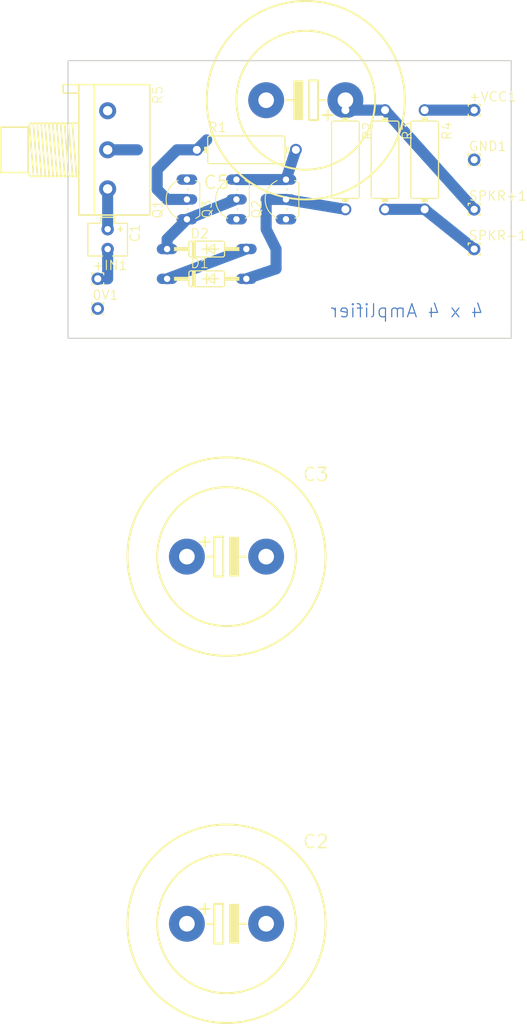
<source format=kicad_pcb>
(kicad_pcb (version 20171130) (host pcbnew "(5.0.0)")

  (general
    (thickness 1.6)
    (drawings 5)
    (tracks 27)
    (zones 0)
    (modules 20)
    (nets 13)
  )

  (page A4)
  (layers
    (0 Top signal)
    (31 Bottom signal)
    (32 B.Adhes user)
    (33 F.Adhes user)
    (34 B.Paste user)
    (35 F.Paste user)
    (36 B.SilkS user)
    (37 F.SilkS user)
    (38 B.Mask user)
    (39 F.Mask user)
    (40 Dwgs.User user)
    (41 Cmts.User user)
    (42 Eco1.User user)
    (43 Eco2.User user)
    (44 Edge.Cuts user)
    (45 Margin user)
    (46 B.CrtYd user)
    (47 F.CrtYd user)
    (48 B.Fab user)
    (49 F.Fab user)
  )

  (setup
    (last_trace_width 0.25)
    (trace_clearance 0.2)
    (zone_clearance 0.508)
    (zone_45_only no)
    (trace_min 0.2)
    (segment_width 0.2)
    (edge_width 0.15)
    (via_size 0.8)
    (via_drill 0.4)
    (via_min_size 0.4)
    (via_min_drill 0.3)
    (uvia_size 0.3)
    (uvia_drill 0.1)
    (uvias_allowed no)
    (uvia_min_size 0.2)
    (uvia_min_drill 0.1)
    (pcb_text_width 0.3)
    (pcb_text_size 1.5 1.5)
    (mod_edge_width 0.15)
    (mod_text_size 1 1)
    (mod_text_width 0.15)
    (pad_size 1.524 1.524)
    (pad_drill 0.762)
    (pad_to_mask_clearance 0.2)
    (aux_axis_origin 0 0)
    (visible_elements FFFFFF7F)
    (pcbplotparams
      (layerselection 0x010fc_ffffffff)
      (usegerberextensions false)
      (usegerberattributes false)
      (usegerberadvancedattributes false)
      (creategerberjobfile false)
      (excludeedgelayer true)
      (linewidth 0.100000)
      (plotframeref false)
      (viasonmask false)
      (mode 1)
      (useauxorigin false)
      (hpglpennumber 1)
      (hpglpenspeed 20)
      (hpglpendiameter 15.000000)
      (psnegative false)
      (psa4output false)
      (plotreference true)
      (plotvalue true)
      (plotinvisibletext false)
      (padsonsilk false)
      (subtractmaskfromsilk false)
      (outputformat 1)
      (mirror false)
      (drillshape 1)
      (scaleselection 1)
      (outputdirectory ""))
  )

  (net 0 "")
  (net 1 VCC)
  (net 2 GND)
  (net 3 "Net-(C2-Pad+)")
  (net 4 "Net-(D2-PadC)")
  (net 5 "Net-(D1-PadA)")
  (net 6 "Net-(C5-Pad-)")
  (net 7 "Net-(C3-Pad+)")
  (net 8 "Net-(C5-Pad+)")
  (net 9 "Net-(C1-Pad+)")
  (net 10 "Net-(D1-PadC)")
  (net 11 "Net-(C2-Pad-)")
  (net 12 "Net-(+IN1-Pad1)")

  (net_class Default "This is the default net class."
    (clearance 0.2)
    (trace_width 0.25)
    (via_dia 0.8)
    (via_drill 0.4)
    (uvia_dia 0.3)
    (uvia_drill 0.1)
    (add_net GND)
    (add_net "Net-(+IN1-Pad1)")
    (add_net "Net-(C1-Pad+)")
    (add_net "Net-(C2-Pad+)")
    (add_net "Net-(C2-Pad-)")
    (add_net "Net-(C3-Pad+)")
    (add_net "Net-(C5-Pad+)")
    (add_net "Net-(C5-Pad-)")
    (add_net "Net-(D1-PadA)")
    (add_net "Net-(D1-PadC)")
    (add_net "Net-(D2-PadC)")
    (add_net VCC)
  )

  (module "4 x 4 Transistor Amplifier:ETR1" (layer Top) (tedit 0) (tstamp 5B689738)
    (at 125.1711 110.0786 270)
    (descr "<b>ELECTROLYTIC CAPACITOR</b><p>\nrectangle, grid 2.54 mm")
    (path /66BDFBC1)
    (fp_text reference C1 (at -2.032 -2.794 270) (layer F.SilkS)
      (effects (font (size 1.2065 1.2065) (thickness 0.127)) (justify right top))
    )
    (fp_text value 4.7uf (at -2.032 4.064 270) (layer F.Fab)
      (effects (font (size 1.2065 1.2065) (thickness 0.127)) (justify right top))
    )
    (fp_poly (pts (xy 0.254 1.27) (xy 0.762 1.27) (xy 0.762 -1.27) (xy 0.254 -1.27)) (layer F.Fab) (width 0))
    (fp_line (start -2.794 0.889) (end -2.032 0.889) (layer F.SilkS) (width 0.1524))
    (fp_line (start -2.032 2.54) (end -2.032 0.889) (layer F.SilkS) (width 0.1524))
    (fp_line (start 0.635 0) (end 1.651 0) (layer F.Fab) (width 0.1524))
    (fp_line (start -0.635 -1.2192) (end -0.635 0) (layer F.Fab) (width 0.1524))
    (fp_line (start -0.127 -1.2192) (end -0.635 -1.2192) (layer F.Fab) (width 0.1524))
    (fp_line (start -0.127 1.2192) (end -0.127 -1.2192) (layer F.Fab) (width 0.1524))
    (fp_line (start -0.635 1.2192) (end -0.127 1.2192) (layer F.Fab) (width 0.1524))
    (fp_line (start -0.635 0) (end -0.635 1.2192) (layer F.Fab) (width 0.1524))
    (fp_line (start -1.651 0) (end -0.635 0) (layer F.Fab) (width 0.1524))
    (fp_line (start -0.9398 -1.6256) (end -1.6002 -1.6256) (layer F.SilkS) (width 0.1524))
    (fp_line (start -1.27 -1.9304) (end -1.27 -1.2954) (layer F.SilkS) (width 0.1524))
    (fp_line (start -2.032 0.889) (end -2.032 -0.889) (layer F.Fab) (width 0.1524))
    (fp_line (start -2.794 -0.889) (end -2.794 0.889) (layer F.SilkS) (width 0.1524))
    (fp_line (start -2.032 -0.889) (end -2.032 -2.54) (layer F.SilkS) (width 0.1524))
    (fp_line (start -2.032 -0.889) (end -2.794 -0.889) (layer F.SilkS) (width 0.1524))
    (fp_line (start -2.032 2.54) (end 2.159 2.54) (layer F.SilkS) (width 0.1524))
    (fp_line (start 2.159 0.635) (end 2.159 2.54) (layer F.SilkS) (width 0.1524))
    (fp_line (start 2.159 -0.635) (end 2.159 0.635) (layer F.Fab) (width 0.1524))
    (fp_line (start 2.159 -2.54) (end 2.159 -0.635) (layer F.SilkS) (width 0.1524))
    (fp_line (start 2.159 -2.54) (end -2.032 -2.54) (layer F.SilkS) (width 0.1524))
    (pad - thru_hole circle (at 1.27 0 270) (size 1.6002 1.6002) (drill 0.8128) (layers *.Cu *.Mask)
      (net 12 "Net-(+IN1-Pad1)") (solder_mask_margin 0.1016))
    (pad + thru_hole circle (at -1.27 0 270) (size 1.6002 1.6002) (drill 0.8128) (layers *.Cu *.Mask)
      (net 9 "Net-(C1-Pad+)") (solder_mask_margin 0.1016))
  )

  (module "4 x 4 Transistor Amplifier:DO35-10" (layer Top) (tedit 0) (tstamp 5B689752)
    (at 137.8711 115.1586)
    (descr "<B>DIODE</B><p>\ndiameter 2 mm, horizontal, grid 10.16 mm")
    (path /C78C3FBD)
    (fp_text reference D1 (at -2.159 -1.27) (layer F.SilkS)
      (effects (font (size 1.2065 1.2065) (thickness 0.12065)) (justify left bottom))
    )
    (fp_text value 1N4148DO35-10 (at -2.159 2.667) (layer F.Fab)
      (effects (font (size 1.2065 1.2065) (thickness 0.12065)) (justify left bottom))
    )
    (fp_poly (pts (xy -4.191 0.254) (xy -2.286 0.254) (xy -2.286 -0.254) (xy -4.191 -0.254)) (layer F.SilkS) (width 0))
    (fp_poly (pts (xy 2.286 0.254) (xy 4.191 0.254) (xy 4.191 -0.254) (xy 2.286 -0.254)) (layer F.SilkS) (width 0))
    (fp_poly (pts (xy -1.905 1.016) (xy -1.397 1.016) (xy -1.397 -1.016) (xy -1.905 -1.016)) (layer F.SilkS) (width 0))
    (fp_line (start -2.032 1.016) (end 2.032 1.016) (layer F.SilkS) (width 0.1524))
    (fp_line (start -2.032 -1.016) (end 2.032 -1.016) (layer F.SilkS) (width 0.1524))
    (fp_line (start -2.286 -0.762) (end -2.286 0.762) (layer F.SilkS) (width 0.1524))
    (fp_line (start 2.286 0.762) (end 2.286 -0.762) (layer F.SilkS) (width 0.1524))
    (fp_arc (start 2.032 0.762) (end 2.032 1.016) (angle -90) (layer F.SilkS) (width 0.1524))
    (fp_arc (start -2.032 0.762) (end -2.286 0.762) (angle -90) (layer F.SilkS) (width 0.1524))
    (fp_arc (start -2.032 -0.762) (end -2.286 -0.762) (angle 90) (layer F.SilkS) (width 0.1524))
    (fp_arc (start 2.032 -0.762) (end 2.032 -1.016) (angle 90) (layer F.SilkS) (width 0.1524))
    (fp_line (start 0 0) (end 0 0.635) (layer F.SilkS) (width 0.1524))
    (fp_line (start 0 -0.635) (end 0 0) (layer F.SilkS) (width 0.1524))
    (fp_line (start 0 0) (end 1.016 -0.635) (layer F.SilkS) (width 0.1524))
    (fp_line (start 0 0) (end 1.524 0) (layer F.SilkS) (width 0.1524))
    (fp_line (start 1.016 0.635) (end 0 0) (layer F.SilkS) (width 0.1524))
    (fp_line (start 1.016 -0.635) (end 1.016 0.635) (layer F.SilkS) (width 0.1524))
    (fp_line (start -0.635 0) (end 0 0) (layer F.SilkS) (width 0.1524))
    (fp_line (start -5.08 0) (end -4.191 0) (layer F.Fab) (width 0.508))
    (fp_line (start 5.08 0) (end 4.191 0) (layer F.Fab) (width 0.508))
    (pad A thru_hole oval (at 5.08 0) (size 2.6416 1.3208) (drill 0.8128) (layers *.Cu *.Mask)
      (net 5 "Net-(D1-PadA)") (solder_mask_margin 0.1016))
    (pad C thru_hole oval (at -5.08 0) (size 2.6416 1.3208) (drill 0.8128) (layers *.Cu *.Mask)
      (net 10 "Net-(D1-PadC)") (solder_mask_margin 0.1016))
  )

  (module "4 x 4 Transistor Amplifier:DO35-10" (layer Top) (tedit 0) (tstamp 5B68976B)
    (at 137.8711 111.3486)
    (descr "<B>DIODE</B><p>\ndiameter 2 mm, horizontal, grid 10.16 mm")
    (path /0CADE672)
    (fp_text reference D2 (at -2.159 -1.27) (layer F.SilkS)
      (effects (font (size 1.2065 1.2065) (thickness 0.12065)) (justify left bottom))
    )
    (fp_text value 1N4148DO35-10 (at -2.159 2.667) (layer F.Fab)
      (effects (font (size 1.2065 1.2065) (thickness 0.12065)) (justify left bottom))
    )
    (fp_poly (pts (xy -4.191 0.254) (xy -2.286 0.254) (xy -2.286 -0.254) (xy -4.191 -0.254)) (layer F.SilkS) (width 0))
    (fp_poly (pts (xy 2.286 0.254) (xy 4.191 0.254) (xy 4.191 -0.254) (xy 2.286 -0.254)) (layer F.SilkS) (width 0))
    (fp_poly (pts (xy -1.905 1.016) (xy -1.397 1.016) (xy -1.397 -1.016) (xy -1.905 -1.016)) (layer F.SilkS) (width 0))
    (fp_line (start -2.032 1.016) (end 2.032 1.016) (layer F.SilkS) (width 0.1524))
    (fp_line (start -2.032 -1.016) (end 2.032 -1.016) (layer F.SilkS) (width 0.1524))
    (fp_line (start -2.286 -0.762) (end -2.286 0.762) (layer F.SilkS) (width 0.1524))
    (fp_line (start 2.286 0.762) (end 2.286 -0.762) (layer F.SilkS) (width 0.1524))
    (fp_arc (start 2.032 0.762) (end 2.032 1.016) (angle -90) (layer F.SilkS) (width 0.1524))
    (fp_arc (start -2.032 0.762) (end -2.286 0.762) (angle -90) (layer F.SilkS) (width 0.1524))
    (fp_arc (start -2.032 -0.762) (end -2.286 -0.762) (angle 90) (layer F.SilkS) (width 0.1524))
    (fp_arc (start 2.032 -0.762) (end 2.032 -1.016) (angle 90) (layer F.SilkS) (width 0.1524))
    (fp_line (start 0 0) (end 0 0.635) (layer F.SilkS) (width 0.1524))
    (fp_line (start 0 -0.635) (end 0 0) (layer F.SilkS) (width 0.1524))
    (fp_line (start 0 0) (end 1.016 -0.635) (layer F.SilkS) (width 0.1524))
    (fp_line (start 0 0) (end 1.524 0) (layer F.SilkS) (width 0.1524))
    (fp_line (start 1.016 0.635) (end 0 0) (layer F.SilkS) (width 0.1524))
    (fp_line (start 1.016 -0.635) (end 1.016 0.635) (layer F.SilkS) (width 0.1524))
    (fp_line (start -0.635 0) (end 0 0) (layer F.SilkS) (width 0.1524))
    (fp_line (start -5.08 0) (end -4.191 0) (layer F.Fab) (width 0.508))
    (fp_line (start 5.08 0) (end 4.191 0) (layer F.Fab) (width 0.508))
    (pad A thru_hole oval (at 5.08 0) (size 2.6416 1.3208) (drill 0.8128) (layers *.Cu *.Mask)
      (net 10 "Net-(D1-PadC)") (solder_mask_margin 0.1016))
    (pad C thru_hole oval (at -5.08 0) (size 2.6416 1.3208) (drill 0.8128) (layers *.Cu *.Mask)
      (net 4 "Net-(D2-PadC)") (solder_mask_margin 0.1016))
  )

  (module "4 x 4 Transistor Amplifier:1,6_0,9" (layer Top) (tedit 0) (tstamp 5B689784)
    (at 172.1611 111.3486)
    (descr "<b>THROUGH-HOLE PAD</b>")
    (path /F8B46091)
    (fp_text reference SPKR-1 (at -0.762 -1.016) (layer F.SilkS)
      (effects (font (size 1.2065 1.2065) (thickness 0.127)) (justify left bottom))
    )
    (fp_text value Spkr (at 0 -0.6) (layer F.Fab)
      (effects (font (size 0.02413 0.02413) (thickness 0.002032)) (justify left bottom))
    )
    (fp_circle (center 0 0) (end 0.635 0) (layer F.Fab) (width 0.1524))
    (fp_line (start 0.762 -0.762) (end 0.508 -0.762) (layer F.SilkS) (width 0.1524))
    (fp_line (start 0.762 -0.508) (end 0.762 -0.762) (layer F.SilkS) (width 0.1524))
    (fp_line (start 0.762 0.762) (end 0.762 0.508) (layer F.SilkS) (width 0.1524))
    (fp_line (start 0.508 0.762) (end 0.762 0.762) (layer F.SilkS) (width 0.1524))
    (fp_line (start -0.762 0.762) (end -0.508 0.762) (layer F.SilkS) (width 0.1524))
    (fp_line (start -0.762 0.508) (end -0.762 0.762) (layer F.SilkS) (width 0.1524))
    (fp_line (start -0.762 -0.762) (end -0.762 -0.508) (layer F.SilkS) (width 0.1524))
    (fp_line (start -0.508 -0.762) (end -0.762 -0.762) (layer F.SilkS) (width 0.1524))
    (pad 1 thru_hole circle (at 0 0) (size 1.6002 1.6002) (drill 0.9144) (layers *.Cu *.Mask)
      (net 7 "Net-(C3-Pad+)") (solder_mask_margin 0.1016))
  )

  (module "4 x 4 Transistor Amplifier:1,6_0,9" (layer Top) (tedit 0) (tstamp 5B689791)
    (at 172.1611 106.2686)
    (descr "<b>THROUGH-HOLE PAD</b>")
    (path /2D67B7B1)
    (fp_text reference SPKR+1 (at -0.762 -1.016) (layer F.SilkS)
      (effects (font (size 1.2065 1.2065) (thickness 0.127)) (justify left bottom))
    )
    (fp_text value Spkr (at 0 -0.6) (layer F.Fab)
      (effects (font (size 0.02413 0.02413) (thickness 0.002032)) (justify left bottom))
    )
    (fp_circle (center 0 0) (end 0.635 0) (layer F.Fab) (width 0.1524))
    (fp_line (start 0.762 -0.762) (end 0.508 -0.762) (layer F.SilkS) (width 0.1524))
    (fp_line (start 0.762 -0.508) (end 0.762 -0.762) (layer F.SilkS) (width 0.1524))
    (fp_line (start 0.762 0.762) (end 0.762 0.508) (layer F.SilkS) (width 0.1524))
    (fp_line (start 0.508 0.762) (end 0.762 0.762) (layer F.SilkS) (width 0.1524))
    (fp_line (start -0.762 0.762) (end -0.508 0.762) (layer F.SilkS) (width 0.1524))
    (fp_line (start -0.762 0.508) (end -0.762 0.762) (layer F.SilkS) (width 0.1524))
    (fp_line (start -0.762 -0.762) (end -0.762 -0.508) (layer F.SilkS) (width 0.1524))
    (fp_line (start -0.508 -0.762) (end -0.762 -0.762) (layer F.SilkS) (width 0.1524))
    (pad 1 thru_hole circle (at 0 0) (size 1.6002 1.6002) (drill 0.9144) (layers *.Cu *.Mask)
      (net 8 "Net-(C5-Pad+)") (solder_mask_margin 0.1016))
  )

  (module "4 x 4 Transistor Amplifier:1,6_0,9" (layer Top) (tedit 0) (tstamp 5B68979E)
    (at 123.9011 115.1586)
    (descr "<b>THROUGH-HOLE PAD</b>")
    (path /778DD2F3)
    (fp_text reference +IN1 (at -0.762 -1.016) (layer F.SilkS)
      (effects (font (size 1.2065 1.2065) (thickness 0.127)) (justify left bottom))
    )
    (fp_text value "Sig IN" (at 0 -0.6) (layer F.Fab)
      (effects (font (size 0.02413 0.02413) (thickness 0.002032)) (justify left bottom))
    )
    (fp_circle (center 0 0) (end 0.635 0) (layer F.Fab) (width 0.1524))
    (fp_line (start 0.762 -0.762) (end 0.508 -0.762) (layer F.SilkS) (width 0.1524))
    (fp_line (start 0.762 -0.508) (end 0.762 -0.762) (layer F.SilkS) (width 0.1524))
    (fp_line (start 0.762 0.762) (end 0.762 0.508) (layer F.SilkS) (width 0.1524))
    (fp_line (start 0.508 0.762) (end 0.762 0.762) (layer F.SilkS) (width 0.1524))
    (fp_line (start -0.762 0.762) (end -0.508 0.762) (layer F.SilkS) (width 0.1524))
    (fp_line (start -0.762 0.508) (end -0.762 0.762) (layer F.SilkS) (width 0.1524))
    (fp_line (start -0.762 -0.762) (end -0.762 -0.508) (layer F.SilkS) (width 0.1524))
    (fp_line (start -0.508 -0.762) (end -0.762 -0.762) (layer F.SilkS) (width 0.1524))
    (pad 1 thru_hole circle (at 0 0) (size 1.6002 1.6002) (drill 0.9144) (layers *.Cu *.Mask)
      (net 12 "Net-(+IN1-Pad1)") (solder_mask_margin 0.1016))
  )

  (module "4 x 4 Transistor Amplifier:1,6_0,9" (layer Top) (tedit 0) (tstamp 5B6897AB)
    (at 123.9011 118.9686)
    (descr "<b>THROUGH-HOLE PAD</b>")
    (path /DF380E4F)
    (fp_text reference 0V1 (at -0.762 -1.016) (layer F.SilkS)
      (effects (font (size 1.2065 1.2065) (thickness 0.127)) (justify left bottom))
    )
    (fp_text value 1,6_0,9 (at 0 -0.6) (layer F.Fab)
      (effects (font (size 0.02413 0.02413) (thickness 0.002032)) (justify left bottom))
    )
    (fp_circle (center 0 0) (end 0.635 0) (layer F.Fab) (width 0.1524))
    (fp_line (start 0.762 -0.762) (end 0.508 -0.762) (layer F.SilkS) (width 0.1524))
    (fp_line (start 0.762 -0.508) (end 0.762 -0.762) (layer F.SilkS) (width 0.1524))
    (fp_line (start 0.762 0.762) (end 0.762 0.508) (layer F.SilkS) (width 0.1524))
    (fp_line (start 0.508 0.762) (end 0.762 0.762) (layer F.SilkS) (width 0.1524))
    (fp_line (start -0.762 0.762) (end -0.508 0.762) (layer F.SilkS) (width 0.1524))
    (fp_line (start -0.762 0.508) (end -0.762 0.762) (layer F.SilkS) (width 0.1524))
    (fp_line (start -0.762 -0.762) (end -0.762 -0.508) (layer F.SilkS) (width 0.1524))
    (fp_line (start -0.508 -0.762) (end -0.762 -0.762) (layer F.SilkS) (width 0.1524))
    (pad 1 thru_hole circle (at 0 0) (size 1.6002 1.6002) (drill 0.9144) (layers *.Cu *.Mask)
      (net 2 GND) (solder_mask_margin 0.1016))
  )

  (module "4 x 4 Transistor Amplifier:TO92-EBC" (layer Top) (tedit 0) (tstamp 5B6897B8)
    (at 134.0611 104.9986 90)
    (descr "<b>TO-92</b><p>\n grid 5.08 mm")
    (path /22BC07EB)
    (fp_text reference Q1 (at -2.54 -1.778 90) (layer F.SilkS)
      (effects (font (size 1.2065 1.2065) (thickness 0.127)) (justify left bottom))
    )
    (fp_text value BC549 (at -2.54 4.572 90) (layer F.Fab)
      (effects (font (size 1.2065 1.2065) (thickness 0.127)) (justify left bottom))
    )
    (fp_arc (start 0.000492 1.26989) (end 2.095 2.921) (angle -13.6094) (layer F.SilkS) (width 0.127))
    (fp_line (start 1.404 1.397) (end 1.136 1.397) (layer F.SilkS) (width 0.127))
    (fp_line (start 2.664 1.397) (end 1.404 1.397) (layer F.Fab) (width 0.127))
    (fp_arc (start 0.000004 1.270073) (end 2.664 1.397) (angle -27.9376) (layer F.Fab) (width 0.127))
    (fp_arc (start 0.000004 1.269908) (end 2.413 2.4059) (angle -22.4788) (layer F.Fab) (width 0.127))
    (fp_line (start -1.136 1.397) (end -1.404 1.397) (layer F.SilkS) (width 0.127))
    (fp_arc (start -0.000495 1.269893) (end -2.4135 2.4059) (angle -13.0385) (layer F.SilkS) (width 0.127))
    (fp_line (start -1.404 1.397) (end -2.664 1.397) (layer F.Fab) (width 0.127))
    (fp_arc (start -0.000004 1.269908) (end -2.664 1.397) (angle -22.4788) (layer F.Fab) (width 0.127))
    (fp_arc (start -0.000004 1.270073) (end -2.413 0.1341) (angle -27.9376) (layer F.Fab) (width 0.127))
    (fp_line (start 1.136 1.397) (end -1.136 1.397) (layer F.Fab) (width 0.127))
    (fp_arc (start 0 1.270008) (end -2.413 0.1341) (angle 129.583) (layer F.SilkS) (width 0.127))
    (fp_line (start -2.095 2.921) (end 2.095 2.921) (layer F.SilkS) (width 0.127))
    (pad B thru_hole oval (at 0 1.27 180) (size 2.6416 1.3208) (drill 0.8128) (layers *.Cu *.Mask)
      (net 3 "Net-(C2-Pad+)") (solder_mask_margin 0.1016))
    (pad E thru_hole oval (at 2.54 1.27 180) (size 2.6416 1.3208) (drill 0.8128) (layers *.Cu *.Mask)
      (net 2 GND) (solder_mask_margin 0.1016))
    (pad C thru_hole oval (at -2.54 1.27 180) (size 2.6416 1.3208) (drill 0.8128) (layers *.Cu *.Mask)
      (net 4 "Net-(D2-PadC)") (solder_mask_margin 0.1016))
  )

  (module "4 x 4 Transistor Amplifier:TO92-EBC" (layer Top) (tedit 0) (tstamp 5B6897CB)
    (at 146.7611 104.9986 90)
    (descr "<b>TO-92</b><p>\n grid 5.08 mm")
    (path /FC4D4FCD)
    (fp_text reference Q2 (at -2.54 -1.778 90) (layer F.SilkS)
      (effects (font (size 1.2065 1.2065) (thickness 0.127)) (justify left bottom))
    )
    (fp_text value BC549 (at -2.54 4.572 90) (layer F.Fab)
      (effects (font (size 1.2065 1.2065) (thickness 0.127)) (justify left bottom))
    )
    (fp_arc (start 0.000492 1.26989) (end 2.095 2.921) (angle -13.6094) (layer F.SilkS) (width 0.127))
    (fp_line (start 1.404 1.397) (end 1.136 1.397) (layer F.SilkS) (width 0.127))
    (fp_line (start 2.664 1.397) (end 1.404 1.397) (layer F.Fab) (width 0.127))
    (fp_arc (start 0.000004 1.270073) (end 2.664 1.397) (angle -27.9376) (layer F.Fab) (width 0.127))
    (fp_arc (start 0.000004 1.269908) (end 2.413 2.4059) (angle -22.4788) (layer F.Fab) (width 0.127))
    (fp_line (start -1.136 1.397) (end -1.404 1.397) (layer F.SilkS) (width 0.127))
    (fp_arc (start -0.000495 1.269893) (end -2.4135 2.4059) (angle -13.0385) (layer F.SilkS) (width 0.127))
    (fp_line (start -1.404 1.397) (end -2.664 1.397) (layer F.Fab) (width 0.127))
    (fp_arc (start -0.000004 1.269908) (end -2.664 1.397) (angle -22.4788) (layer F.Fab) (width 0.127))
    (fp_arc (start -0.000004 1.270073) (end -2.413 0.1341) (angle -27.9376) (layer F.Fab) (width 0.127))
    (fp_line (start 1.136 1.397) (end -1.136 1.397) (layer F.Fab) (width 0.127))
    (fp_arc (start 0 1.270008) (end -2.413 0.1341) (angle 129.583) (layer F.SilkS) (width 0.127))
    (fp_line (start -2.095 2.921) (end 2.095 2.921) (layer F.SilkS) (width 0.127))
    (pad B thru_hole oval (at 0 1.27 180) (size 2.6416 1.3208) (drill 0.8128) (layers *.Cu *.Mask)
      (net 5 "Net-(D1-PadA)") (solder_mask_margin 0.1016))
    (pad E thru_hole oval (at 2.54 1.27 180) (size 2.6416 1.3208) (drill 0.8128) (layers *.Cu *.Mask)
      (net 6 "Net-(C5-Pad-)") (solder_mask_margin 0.1016))
    (pad C thru_hole oval (at -2.54 1.27 180) (size 2.6416 1.3208) (drill 0.8128) (layers *.Cu *.Mask)
      (net 7 "Net-(C3-Pad+)") (solder_mask_margin 0.1016))
  )

  (module "4 x 4 Transistor Amplifier:TO92-EBC" (layer Top) (tedit 0) (tstamp 5B6897DE)
    (at 140.4111 104.9986 90)
    (descr "<b>TO-92</b><p>\ngrid 5.08 mm")
    (path /9A1C1EBA)
    (fp_text reference Q3 (at -2.54 -1.778 90) (layer F.SilkS)
      (effects (font (size 1.2065 1.2065) (thickness 0.127)) (justify left bottom))
    )
    (fp_text value BC559 (at -2.54 4.572 90) (layer F.Fab)
      (effects (font (size 1.2065 1.2065) (thickness 0.127)) (justify left bottom))
    )
    (fp_arc (start 0.000492 1.26989) (end 2.095 2.921) (angle -13.6094) (layer F.SilkS) (width 0.127))
    (fp_line (start 1.404 1.397) (end 1.136 1.397) (layer F.SilkS) (width 0.127))
    (fp_line (start 2.664 1.397) (end 1.404 1.397) (layer F.Fab) (width 0.127))
    (fp_arc (start 0.000002 1.27) (end 2.413 2.4059) (angle -50.4167) (layer F.Fab) (width 0.127))
    (fp_line (start -1.136 1.397) (end -1.404 1.397) (layer F.SilkS) (width 0.127))
    (fp_arc (start -0.000495 1.269893) (end -2.4135 2.4059) (angle -13.0385) (layer F.SilkS) (width 0.127))
    (fp_line (start -1.404 1.397) (end -2.664 1.397) (layer F.Fab) (width 0.127))
    (fp_arc (start -0.000002 1.27) (end -2.413 0.1341) (angle -50.4167) (layer F.Fab) (width 0.127))
    (fp_line (start 1.136 1.397) (end -1.136 1.397) (layer F.Fab) (width 0.127))
    (fp_arc (start 0 1.270008) (end -2.413 0.1341) (angle 129.583) (layer F.SilkS) (width 0.127))
    (fp_line (start -2.095 2.921) (end 2.095 2.921) (layer F.SilkS) (width 0.127))
    (pad B thru_hole oval (at 0 1.27 180) (size 2.6416 1.3208) (drill 0.8128) (layers *.Cu *.Mask)
      (net 4 "Net-(D2-PadC)") (solder_mask_margin 0.1016))
    (pad E thru_hole oval (at 2.54 1.27 180) (size 2.6416 1.3208) (drill 0.8128) (layers *.Cu *.Mask)
      (net 6 "Net-(C5-Pad-)") (solder_mask_margin 0.1016))
    (pad C thru_hole oval (at -2.54 1.27 180) (size 2.6416 1.3208) (drill 0.8128) (layers *.Cu *.Mask)
      (net 2 GND) (solder_mask_margin 0.1016))
  )

  (module "4 x 4 Transistor Amplifier:V234_12" (layer Top) (tedit 0) (tstamp 5B6897EF)
    (at 142.9511 98.6486)
    (descr "<b>RESISTOR</b><p>\ntype V234, grid 12.5 mm")
    (path /AA571318)
    (fp_text reference R1 (at -4.953 -2.159) (layer F.SilkS)
      (effects (font (size 1.2065 1.2065) (thickness 0.127)) (justify left bottom))
    )
    (fp_text value 100K (at -3.81 0.635) (layer F.Fab)
      (effects (font (size 1.2065 1.2065) (thickness 0.127)) (justify left bottom))
    )
    (fp_poly (pts (xy -5.4102 0.4064) (xy -4.953 0.4064) (xy -4.953 -0.4064) (xy -5.4102 -0.4064)) (layer F.SilkS) (width 0))
    (fp_poly (pts (xy 4.953 0.4064) (xy 5.4102 0.4064) (xy 5.4102 -0.4064) (xy 4.953 -0.4064)) (layer F.SilkS) (width 0))
    (fp_line (start -6.35 0) (end -5.461 0) (layer F.Fab) (width 0.8128))
    (fp_line (start 6.35 0) (end 5.461 0) (layer F.Fab) (width 0.8128))
    (fp_line (start 4.953 -1.524) (end 4.953 1.524) (layer F.SilkS) (width 0.1524))
    (fp_line (start 4.699 1.778) (end -4.699 1.778) (layer F.SilkS) (width 0.1524))
    (fp_line (start -4.953 -1.524) (end -4.953 1.524) (layer F.SilkS) (width 0.1524))
    (fp_line (start -4.699 -1.778) (end 4.699 -1.778) (layer F.SilkS) (width 0.1524))
    (fp_arc (start -4.699 1.524) (end -4.953 1.524) (angle -90) (layer F.SilkS) (width 0.1524))
    (fp_arc (start 4.699 1.524) (end 4.699 1.778) (angle -90) (layer F.SilkS) (width 0.1524))
    (fp_arc (start 4.699 -1.524) (end 4.699 -1.778) (angle 90) (layer F.SilkS) (width 0.1524))
    (fp_arc (start -4.699 -1.524) (end -4.953 -1.524) (angle 90) (layer F.SilkS) (width 0.1524))
    (pad 2 thru_hole circle (at 6.35 0) (size 1.524 1.524) (drill 1.016) (layers *.Cu *.Mask)
      (net 6 "Net-(C5-Pad-)") (solder_mask_margin 0.1016))
    (pad 1 thru_hole circle (at -6.35 0) (size 1.524 1.524) (drill 1.016) (layers *.Cu *.Mask)
      (net 3 "Net-(C2-Pad+)") (solder_mask_margin 0.1016))
  )

  (module "4 x 4 Transistor Amplifier:V234_12" (layer Top) (tedit 0) (tstamp 5B689800)
    (at 155.6511 99.9186 270)
    (descr "<b>RESISTOR</b><p>\ntype V234, grid 12.5 mm")
    (path /759C9AAF)
    (fp_text reference R2 (at -4.953 -2.159 270) (layer F.SilkS)
      (effects (font (size 1.2065 1.2065) (thickness 0.127)) (justify right top))
    )
    (fp_text value 220 (at -3.81 0.635 270) (layer F.Fab)
      (effects (font (size 1.2065 1.2065) (thickness 0.127)) (justify right top))
    )
    (fp_poly (pts (xy -5.4102 0.4064) (xy -4.953 0.4064) (xy -4.953 -0.4064) (xy -5.4102 -0.4064)) (layer F.SilkS) (width 0))
    (fp_poly (pts (xy 4.953 0.4064) (xy 5.4102 0.4064) (xy 5.4102 -0.4064) (xy 4.953 -0.4064)) (layer F.SilkS) (width 0))
    (fp_line (start -6.35 0) (end -5.461 0) (layer F.Fab) (width 0.8128))
    (fp_line (start 6.35 0) (end 5.461 0) (layer F.Fab) (width 0.8128))
    (fp_line (start 4.953 -1.524) (end 4.953 1.524) (layer F.SilkS) (width 0.1524))
    (fp_line (start 4.699 1.778) (end -4.699 1.778) (layer F.SilkS) (width 0.1524))
    (fp_line (start -4.953 -1.524) (end -4.953 1.524) (layer F.SilkS) (width 0.1524))
    (fp_line (start -4.699 -1.778) (end 4.699 -1.778) (layer F.SilkS) (width 0.1524))
    (fp_arc (start -4.699 1.524) (end -4.953 1.524) (angle -90) (layer F.SilkS) (width 0.1524))
    (fp_arc (start 4.699 1.524) (end 4.699 1.778) (angle -90) (layer F.SilkS) (width 0.1524))
    (fp_arc (start 4.699 -1.524) (end 4.699 -1.778) (angle 90) (layer F.SilkS) (width 0.1524))
    (fp_arc (start -4.699 -1.524) (end -4.953 -1.524) (angle 90) (layer F.SilkS) (width 0.1524))
    (pad 2 thru_hole circle (at 6.35 0 270) (size 1.524 1.524) (drill 1.016) (layers *.Cu *.Mask)
      (net 5 "Net-(D1-PadA)") (solder_mask_margin 0.1016))
    (pad 1 thru_hole circle (at -6.35 0 270) (size 1.524 1.524) (drill 1.016) (layers *.Cu *.Mask)
      (net 8 "Net-(C5-Pad+)") (solder_mask_margin 0.1016))
  )

  (module "4 x 4 Transistor Amplifier:V234_12" (layer Top) (tedit 0) (tstamp 5B689811)
    (at 160.7311 99.9186 270)
    (descr "<b>RESISTOR</b><p>\ntype V234, grid 12.5 mm")
    (path /12AB12F6)
    (fp_text reference R3 (at -4.953 -2.159 270) (layer F.SilkS)
      (effects (font (size 1.2065 1.2065) (thickness 0.127)) (justify right top))
    )
    (fp_text value 100 (at -3.81 0.635 270) (layer F.Fab)
      (effects (font (size 1.2065 1.2065) (thickness 0.127)) (justify right top))
    )
    (fp_poly (pts (xy -5.4102 0.4064) (xy -4.953 0.4064) (xy -4.953 -0.4064) (xy -5.4102 -0.4064)) (layer F.SilkS) (width 0))
    (fp_poly (pts (xy 4.953 0.4064) (xy 5.4102 0.4064) (xy 5.4102 -0.4064) (xy 4.953 -0.4064)) (layer F.SilkS) (width 0))
    (fp_line (start -6.35 0) (end -5.461 0) (layer F.Fab) (width 0.8128))
    (fp_line (start 6.35 0) (end 5.461 0) (layer F.Fab) (width 0.8128))
    (fp_line (start 4.953 -1.524) (end 4.953 1.524) (layer F.SilkS) (width 0.1524))
    (fp_line (start 4.699 1.778) (end -4.699 1.778) (layer F.SilkS) (width 0.1524))
    (fp_line (start -4.953 -1.524) (end -4.953 1.524) (layer F.SilkS) (width 0.1524))
    (fp_line (start -4.699 -1.778) (end 4.699 -1.778) (layer F.SilkS) (width 0.1524))
    (fp_arc (start -4.699 1.524) (end -4.953 1.524) (angle -90) (layer F.SilkS) (width 0.1524))
    (fp_arc (start 4.699 1.524) (end 4.699 1.778) (angle -90) (layer F.SilkS) (width 0.1524))
    (fp_arc (start 4.699 -1.524) (end 4.699 -1.778) (angle 90) (layer F.SilkS) (width 0.1524))
    (fp_arc (start -4.699 -1.524) (end -4.953 -1.524) (angle 90) (layer F.SilkS) (width 0.1524))
    (pad 2 thru_hole circle (at 6.35 0 270) (size 1.524 1.524) (drill 1.016) (layers *.Cu *.Mask)
      (net 7 "Net-(C3-Pad+)") (solder_mask_margin 0.1016))
    (pad 1 thru_hole circle (at -6.35 0 270) (size 1.524 1.524) (drill 1.016) (layers *.Cu *.Mask)
      (net 8 "Net-(C5-Pad+)") (solder_mask_margin 0.1016))
  )

  (module "4 x 4 Transistor Amplifier:V234_12" (layer Top) (tedit 0) (tstamp 5B689822)
    (at 165.8111 99.9186 270)
    (descr "<b>RESISTOR</b><p>\ntype V234, grid 12.5 mm")
    (path /3529502A)
    (fp_text reference R4 (at -4.953 -2.159 270) (layer F.SilkS)
      (effects (font (size 1.2065 1.2065) (thickness 0.127)) (justify right top))
    )
    (fp_text value "100 (5-12V)" (at -3.81 0.635 270) (layer F.Fab)
      (effects (font (size 1.2065 1.2065) (thickness 0.127)) (justify right top))
    )
    (fp_poly (pts (xy -5.4102 0.4064) (xy -4.953 0.4064) (xy -4.953 -0.4064) (xy -5.4102 -0.4064)) (layer F.SilkS) (width 0))
    (fp_poly (pts (xy 4.953 0.4064) (xy 5.4102 0.4064) (xy 5.4102 -0.4064) (xy 4.953 -0.4064)) (layer F.SilkS) (width 0))
    (fp_line (start -6.35 0) (end -5.461 0) (layer F.Fab) (width 0.8128))
    (fp_line (start 6.35 0) (end 5.461 0) (layer F.Fab) (width 0.8128))
    (fp_line (start 4.953 -1.524) (end 4.953 1.524) (layer F.SilkS) (width 0.1524))
    (fp_line (start 4.699 1.778) (end -4.699 1.778) (layer F.SilkS) (width 0.1524))
    (fp_line (start -4.953 -1.524) (end -4.953 1.524) (layer F.SilkS) (width 0.1524))
    (fp_line (start -4.699 -1.778) (end 4.699 -1.778) (layer F.SilkS) (width 0.1524))
    (fp_arc (start -4.699 1.524) (end -4.953 1.524) (angle -90) (layer F.SilkS) (width 0.1524))
    (fp_arc (start 4.699 1.524) (end 4.699 1.778) (angle -90) (layer F.SilkS) (width 0.1524))
    (fp_arc (start 4.699 -1.524) (end 4.699 -1.778) (angle 90) (layer F.SilkS) (width 0.1524))
    (fp_arc (start -4.699 -1.524) (end -4.953 -1.524) (angle 90) (layer F.SilkS) (width 0.1524))
    (pad 2 thru_hole circle (at 6.35 0 270) (size 1.524 1.524) (drill 1.016) (layers *.Cu *.Mask)
      (net 7 "Net-(C3-Pad+)") (solder_mask_margin 0.1016))
    (pad 1 thru_hole circle (at -6.35 0 270) (size 1.524 1.524) (drill 1.016) (layers *.Cu *.Mask)
      (net 1 VCC) (solder_mask_margin 0.1016))
  )

  (module "4 x 4 Transistor Amplifier:3RP_1610N" (layer Top) (tedit 0) (tstamp 5B689833)
    (at 125.1711 98.6486 270)
    (descr "<b>16mm Potentiometer</b> one level<p>\nSource: http://www.alphapotentiometers.net/html/16mm_pot_2.html")
    (path /34D4A047)
    (fp_text reference R5 (at -8.255 -5.715 270) (layer F.SilkS)
      (effects (font (size 1.2065 1.2065) (thickness 0.1016)) (justify right top))
    )
    (fp_text value 100K (at -3.175 -2.54 270) (layer F.Fab)
      (effects (font (size 1.2065 1.2065) (thickness 0.1016)) (justify right top))
    )
    (fp_line (start -3.075 10.025) (end 3.3 9.5) (layer F.SilkS) (width 0.2032))
    (fp_line (start -3.3 4.525) (end 3.3 4) (layer F.SilkS) (width 0.2032))
    (fp_line (start -3.3 5.025) (end 3.3 4.5) (layer F.SilkS) (width 0.2032))
    (fp_line (start -3.3 5.525) (end 3.3 5) (layer F.SilkS) (width 0.2032))
    (fp_line (start -3.3 6.025) (end 3.3 5.5) (layer F.SilkS) (width 0.2032))
    (fp_line (start -3.3 6.525) (end 3.3 6) (layer F.SilkS) (width 0.2032))
    (fp_line (start -3.3 7.025) (end 3.3 6.5) (layer F.SilkS) (width 0.2032))
    (fp_line (start -3.3 7.525) (end 3.3 7) (layer F.SilkS) (width 0.2032))
    (fp_line (start -3.3 8.025) (end 3.3 7.5) (layer F.SilkS) (width 0.2032))
    (fp_line (start -3.3 8.525) (end 3.3 8) (layer F.SilkS) (width 0.2032))
    (fp_line (start -3.3 9.025) (end 3.3 8.5) (layer F.SilkS) (width 0.2032))
    (fp_line (start -3.3 9.525) (end 3.3 9) (layer F.SilkS) (width 0.2032))
    (fp_line (start 8.35 3.7) (end 8.35 -5.4) (layer F.SilkS) (width 0.2032))
    (fp_line (start -8.35 3.7) (end -8.35 -5.4) (layer F.SilkS) (width 0.2032))
    (fp_line (start -2.9 13.7) (end 2.9 13.7) (layer F.SilkS) (width 0.2032))
    (fp_line (start -2.9 10.2) (end 2.9 10.2) (layer F.SilkS) (width 0.2032))
    (fp_line (start 3.4 9.9) (end 3.4 3.8) (layer F.SilkS) (width 0.2032))
    (fp_line (start 2.9 10.2) (end 3.4 9.9) (layer F.SilkS) (width 0.2032))
    (fp_line (start -3.4 9.9) (end -2.9 10.2) (layer F.SilkS) (width 0.2032))
    (fp_line (start -3.4 3.8) (end -3.4 9.9) (layer F.SilkS) (width 0.2032))
    (fp_line (start 2.9 13.7) (end 2.9 10.2) (layer F.SilkS) (width 0.2032))
    (fp_line (start -2.9 10.2) (end -2.9 13.7) (layer F.SilkS) (width 0.2032))
    (fp_line (start -8.35 -5.4) (end 8.35 -5.4) (layer F.SilkS) (width 0.2032))
    (fp_line (start -8.35 1.7) (end 8.35 1.7) (layer F.SilkS) (width 0.2032))
    (fp_line (start -7.25 5.7) (end -7.25 3.8) (layer F.SilkS) (width 0.2032))
    (fp_line (start -8.35 3.7) (end -8.35 5.7) (layer F.SilkS) (width 0.2032))
    (fp_line (start -8.35 5.7) (end -7.25 5.7) (layer F.SilkS) (width 0.2032))
    (fp_line (start -8.35 3.7) (end 8.35 3.7) (layer F.SilkS) (width 0.2032))
    (pad 3 thru_hole circle (at 5 0 270) (size 2.1844 2.1844) (drill 1.2) (layers *.Cu *.Mask)
      (net 9 "Net-(C1-Pad+)") (solder_mask_margin 0.1016))
    (pad 2 thru_hole circle (at 0 0 270) (size 2.1844 2.1844) (drill 1.2) (layers *.Cu *.Mask)
      (net 11 "Net-(C2-Pad-)") (solder_mask_margin 0.1016))
    (pad 1 thru_hole circle (at -5 0 270) (size 2.1844 2.1844) (drill 1.2) (layers *.Cu *.Mask)
      (net 2 GND) (solder_mask_margin 0.1016))
  )

  (module "4 x 4 Transistor Amplifier:1,6_0,9" (layer Top) (tedit 0) (tstamp 5B689855)
    (at 172.1611 93.5686)
    (descr "<b>THROUGH-HOLE PAD</b>")
    (path /6E5E48AC)
    (fp_text reference +VCC1 (at -0.762 -1.016) (layer F.SilkS)
      (effects (font (size 1.2065 1.2065) (thickness 0.127)) (justify left bottom))
    )
    (fp_text value "+ VCC" (at 0 -0.6) (layer F.Fab)
      (effects (font (size 0.02413 0.02413) (thickness 0.002032)) (justify left bottom))
    )
    (fp_circle (center 0 0) (end 0.635 0) (layer F.Fab) (width 0.1524))
    (fp_line (start 0.762 -0.762) (end 0.508 -0.762) (layer F.SilkS) (width 0.1524))
    (fp_line (start 0.762 -0.508) (end 0.762 -0.762) (layer F.SilkS) (width 0.1524))
    (fp_line (start 0.762 0.762) (end 0.762 0.508) (layer F.SilkS) (width 0.1524))
    (fp_line (start 0.508 0.762) (end 0.762 0.762) (layer F.SilkS) (width 0.1524))
    (fp_line (start -0.762 0.762) (end -0.508 0.762) (layer F.SilkS) (width 0.1524))
    (fp_line (start -0.762 0.508) (end -0.762 0.762) (layer F.SilkS) (width 0.1524))
    (fp_line (start -0.762 -0.762) (end -0.762 -0.508) (layer F.SilkS) (width 0.1524))
    (fp_line (start -0.508 -0.762) (end -0.762 -0.762) (layer F.SilkS) (width 0.1524))
    (pad 1 thru_hole circle (at 0 0) (size 1.6002 1.6002) (drill 0.9144) (layers *.Cu *.Mask)
      (net 1 VCC) (solder_mask_margin 0.1016))
  )

  (module "4 x 4 Transistor Amplifier:1,6_0,9" (layer Top) (tedit 0) (tstamp 5B689862)
    (at 172.1611 99.9186)
    (descr "<b>THROUGH-HOLE PAD</b>")
    (path /0BC0A39B)
    (fp_text reference GND1 (at -0.762 -1.016) (layer F.SilkS)
      (effects (font (size 1.2065 1.2065) (thickness 0.127)) (justify left bottom))
    )
    (fp_text value -VCC (at 0 -0.6) (layer F.Fab)
      (effects (font (size 0.02413 0.02413) (thickness 0.002032)) (justify left bottom))
    )
    (fp_circle (center 0 0) (end 0.635 0) (layer F.Fab) (width 0.1524))
    (fp_line (start 0.762 -0.762) (end 0.508 -0.762) (layer F.SilkS) (width 0.1524))
    (fp_line (start 0.762 -0.508) (end 0.762 -0.762) (layer F.SilkS) (width 0.1524))
    (fp_line (start 0.762 0.762) (end 0.762 0.508) (layer F.SilkS) (width 0.1524))
    (fp_line (start 0.508 0.762) (end 0.762 0.762) (layer F.SilkS) (width 0.1524))
    (fp_line (start -0.762 0.762) (end -0.508 0.762) (layer F.SilkS) (width 0.1524))
    (fp_line (start -0.762 0.508) (end -0.762 0.762) (layer F.SilkS) (width 0.1524))
    (fp_line (start -0.762 -0.762) (end -0.762 -0.508) (layer F.SilkS) (width 0.1524))
    (fp_line (start -0.508 -0.762) (end -0.762 -0.762) (layer F.SilkS) (width 0.1524))
    (pad 1 thru_hole circle (at 0 0) (size 1.6002 1.6002) (drill 0.9144) (layers *.Cu *.Mask)
      (net 2 GND) (solder_mask_margin 0.1016))
  )

  (module "4 x 4 Transistor Amplifier:EB25D" (layer Top) (tedit 0) (tstamp 5B68986F)
    (at 150.5711 92.2986 180)
    (descr "<b>ELECTROLYTIC CAPACITOR</b><p>\ngrid 10.16 mm, diameter 25 mm")
    (path /A35C59BC)
    (fp_text reference C5 (at 9.6774 -9.525 180) (layer F.SilkS)
      (effects (font (size 1.6891 1.6891) (thickness 0.1778)) (justify right top))
    )
    (fp_text value CPOL-EUE10-25 (at -5.0546 5.715 180) (layer F.Fab)
      (effects (font (size 1.6891 1.6891) (thickness 0.1778)) (justify right top))
    )
    (fp_poly (pts (xy 0.3302 2.54) (xy 1.6002 2.54) (xy 1.6002 -2.54) (xy 0.3302 -2.54)) (layer F.SilkS) (width 0))
    (fp_circle (center 0 0) (end 8.89 0) (layer F.SilkS) (width 0.254))
    (fp_circle (center 0 0) (end 12.7 0) (layer F.SilkS) (width 0.254))
    (fp_line (start -2.159 -1.905) (end -3.429 -1.905) (layer F.SilkS) (width 0.254))
    (fp_line (start -2.794 -2.54) (end -2.794 -1.27) (layer F.SilkS) (width 0.254))
    (fp_line (start 0.635 0) (end 2.54 0) (layer F.SilkS) (width 0.254))
    (fp_line (start -1.5748 2.54) (end -1.5748 0) (layer F.SilkS) (width 0.254))
    (fp_line (start -0.4318 2.54) (end -1.5748 2.54) (layer F.SilkS) (width 0.254))
    (fp_line (start -0.4318 -2.54) (end -0.4318 2.54) (layer F.SilkS) (width 0.254))
    (fp_line (start -1.5748 -2.54) (end -0.4318 -2.54) (layer F.SilkS) (width 0.254))
    (fp_line (start -1.5748 0) (end -1.5748 -2.54) (layer F.SilkS) (width 0.254))
    (fp_line (start -2.54 0) (end -1.5748 0) (layer F.SilkS) (width 0.254))
    (pad - thru_hole circle (at 5.08 0 180) (size 4.5974 4.5974) (drill 2.0066) (layers *.Cu *.Mask)
      (net 6 "Net-(C5-Pad-)") (solder_mask_margin 0.1016))
    (pad + thru_hole circle (at -5.08 0 180) (size 4.5974 4.5974) (drill 2.0066) (layers *.Cu *.Mask)
      (net 8 "Net-(C5-Pad+)") (solder_mask_margin 0.1016))
  )

  (module "4 x 4 Transistor Amplifier:EB25D" (layer Top) (tedit 0) (tstamp 5B689880)
    (at 140.4111 150.7186)
    (descr "<b>ELECTROLYTIC CAPACITOR</b><p>\ngrid 10.16 mm, diameter 25 mm")
    (path /00CB58E1)
    (fp_text reference C3 (at 9.6774 -9.525) (layer F.SilkS)
      (effects (font (size 1.6891 1.6891) (thickness 0.1778)) (justify left bottom))
    )
    (fp_text value CPOL-EUE10-25 (at -5.0546 5.715) (layer F.Fab)
      (effects (font (size 1.6891 1.6891) (thickness 0.1778)) (justify left bottom))
    )
    (fp_poly (pts (xy 0.3302 2.54) (xy 1.6002 2.54) (xy 1.6002 -2.54) (xy 0.3302 -2.54)) (layer F.SilkS) (width 0))
    (fp_circle (center 0 0) (end 8.89 0) (layer F.SilkS) (width 0.254))
    (fp_circle (center 0 0) (end 12.7 0) (layer F.SilkS) (width 0.254))
    (fp_line (start -2.159 -1.905) (end -3.429 -1.905) (layer F.SilkS) (width 0.254))
    (fp_line (start -2.794 -2.54) (end -2.794 -1.27) (layer F.SilkS) (width 0.254))
    (fp_line (start 0.635 0) (end 2.54 0) (layer F.SilkS) (width 0.254))
    (fp_line (start -1.5748 2.54) (end -1.5748 0) (layer F.SilkS) (width 0.254))
    (fp_line (start -0.4318 2.54) (end -1.5748 2.54) (layer F.SilkS) (width 0.254))
    (fp_line (start -0.4318 -2.54) (end -0.4318 2.54) (layer F.SilkS) (width 0.254))
    (fp_line (start -1.5748 -2.54) (end -0.4318 -2.54) (layer F.SilkS) (width 0.254))
    (fp_line (start -1.5748 0) (end -1.5748 -2.54) (layer F.SilkS) (width 0.254))
    (fp_line (start -2.54 0) (end -1.5748 0) (layer F.SilkS) (width 0.254))
    (pad - thru_hole circle (at 5.08 0) (size 4.5974 4.5974) (drill 2.0066) (layers *.Cu *.Mask)
      (net 2 GND) (solder_mask_margin 0.1016))
    (pad + thru_hole circle (at -5.08 0) (size 4.5974 4.5974) (drill 2.0066) (layers *.Cu *.Mask)
      (net 7 "Net-(C3-Pad+)") (solder_mask_margin 0.1016))
  )

  (module "4 x 4 Transistor Amplifier:EB25D" (layer Top) (tedit 0) (tstamp 5B689891)
    (at 140.4111 197.7086)
    (descr "<b>ELECTROLYTIC CAPACITOR</b><p>\ngrid 10.16 mm, diameter 25 mm")
    (path /4071D1F9)
    (fp_text reference C2 (at 9.6774 -9.525) (layer F.SilkS)
      (effects (font (size 1.6891 1.6891) (thickness 0.1778)) (justify left bottom))
    )
    (fp_text value CPOL-EUE10-25 (at -5.0546 5.715) (layer F.Fab)
      (effects (font (size 1.6891 1.6891) (thickness 0.1778)) (justify left bottom))
    )
    (fp_poly (pts (xy 0.3302 2.54) (xy 1.6002 2.54) (xy 1.6002 -2.54) (xy 0.3302 -2.54)) (layer F.SilkS) (width 0))
    (fp_circle (center 0 0) (end 8.89 0) (layer F.SilkS) (width 0.254))
    (fp_circle (center 0 0) (end 12.7 0) (layer F.SilkS) (width 0.254))
    (fp_line (start -2.159 -1.905) (end -3.429 -1.905) (layer F.SilkS) (width 0.254))
    (fp_line (start -2.794 -2.54) (end -2.794 -1.27) (layer F.SilkS) (width 0.254))
    (fp_line (start 0.635 0) (end 2.54 0) (layer F.SilkS) (width 0.254))
    (fp_line (start -1.5748 2.54) (end -1.5748 0) (layer F.SilkS) (width 0.254))
    (fp_line (start -0.4318 2.54) (end -1.5748 2.54) (layer F.SilkS) (width 0.254))
    (fp_line (start -0.4318 -2.54) (end -0.4318 2.54) (layer F.SilkS) (width 0.254))
    (fp_line (start -1.5748 -2.54) (end -0.4318 -2.54) (layer F.SilkS) (width 0.254))
    (fp_line (start -1.5748 0) (end -1.5748 -2.54) (layer F.SilkS) (width 0.254))
    (fp_line (start -2.54 0) (end -1.5748 0) (layer F.SilkS) (width 0.254))
    (pad - thru_hole circle (at 5.08 0) (size 4.5974 4.5974) (drill 2.0066) (layers *.Cu *.Mask)
      (net 11 "Net-(C2-Pad-)") (solder_mask_margin 0.1016))
    (pad + thru_hole circle (at -5.08 0) (size 4.5974 4.5974) (drill 2.0066) (layers *.Cu *.Mask)
      (net 3 "Net-(C2-Pad+)") (solder_mask_margin 0.1016))
  )

  (gr_line (start 120.0911 122.7786) (end 176.9111 122.7786) (layer Edge.Cuts) (width 0.15) (tstamp 11B0EAE0))
  (gr_line (start 176.9111 122.7786) (end 176.9111 87.2286) (layer Edge.Cuts) (width 0.15) (tstamp 11B0EB80))
  (gr_line (start 176.9111 87.2286) (end 120.0911 87.2286) (layer Edge.Cuts) (width 0.15) (tstamp 11B161A0))
  (gr_line (start 120.0911 87.2286) (end 120.0911 122.7786) (layer Edge.Cuts) (width 0.15) (tstamp 11B16380))
  (gr_text "4 x 4 Amplifier" (at 173.4311 120.2386) (layer Bottom) (tstamp 11B18220)
    (effects (font (size 1.6891 1.6891) (thickness 0.14224)) (justify left bottom mirror))
  )

  (segment (start 165.8111 93.5686) (end 172.1611 93.5686) (width 1.4224) (layer Bottom) (net 1) (tstamp 18BCCC00))
  (segment (start 172.1611 111.3486) (end 165.8111 106.2686) (width 1.4224) (layer Bottom) (net 7) (tstamp 18BCD240))
  (segment (start 165.8111 106.2686) (end 160.7311 106.2686) (width 1.4224) (layer Bottom) (net 7) (tstamp 18BCE000))
  (segment (start 141.6811 102.4586) (end 148.0311 102.4586) (width 1.4224) (layer Bottom) (net 6) (tstamp 18BCD560))
  (segment (start 148.0311 102.4586) (end 149.3011 98.6486) (width 1.4224) (layer Bottom) (net 6) (tstamp 18BCB9E0))
  (segment (start 136.6011 98.6486) (end 137.8711 97.3786) (width 1.4224) (layer Bottom) (net 3) (tstamp 18BCD600))
  (segment (start 136.6011 98.6486) (end 134.0611 98.6486) (width 1.4224) (layer Bottom) (net 3) (tstamp 18BCD100))
  (segment (start 134.0611 98.6486) (end 131.5211 101.1886) (width 1.4224) (layer Bottom) (net 3) (tstamp 18BCD2E0))
  (segment (start 131.5211 101.1886) (end 131.5211 103.7286) (width 1.4224) (layer Bottom) (net 3) (tstamp 18BCC160))
  (segment (start 131.5211 103.7286) (end 132.7911 104.9986) (width 1.4224) (layer Bottom) (net 3) (tstamp 18BCBA80))
  (segment (start 132.7911 104.9986) (end 135.3311 104.9986) (width 1.4224) (layer Bottom) (net 3) (tstamp 18BCD380))
  (segment (start 155.6511 93.5686) (end 160.7311 93.5686) (width 1.4224) (layer Bottom) (net 8) (tstamp 18BCD4C0))
  (segment (start 160.7311 93.5686) (end 172.1611 106.2686) (width 1.4224) (layer Bottom) (net 8) (tstamp 18BCD880))
  (segment (start 155.6511 106.2686) (end 148.0311 104.9986) (width 1.4224) (layer Bottom) (net 5) (tstamp 18BCD920))
  (segment (start 148.0311 104.9986) (end 145.4911 104.9986) (width 1.4224) (layer Bottom) (net 5) (tstamp 18BCD9C0))
  (segment (start 145.4911 104.9986) (end 145.4911 108.8086) (width 1.4224) (layer Bottom) (net 5) (tstamp 18BCDA60))
  (segment (start 145.4911 108.8086) (end 146.7611 111.3486) (width 1.4224) (layer Bottom) (net 5) (tstamp 18BCC3E0))
  (segment (start 146.7611 111.3486) (end 146.7611 113.8886) (width 1.4224) (layer Bottom) (net 5) (tstamp 18BCC520))
  (segment (start 146.7611 113.8886) (end 142.9511 115.1586) (width 1.4224) (layer Bottom) (net 5) (tstamp 18BCB8A0))
  (segment (start 132.7911 115.1586) (end 142.9511 111.3486) (width 1.4224) (layer Bottom) (net 10) (tstamp 18BCC700))
  (segment (start 132.7911 111.3486) (end 132.7911 110.0786) (width 1.4224) (layer Bottom) (net 4) (tstamp 18BCCE80))
  (segment (start 132.7911 110.0786) (end 135.3311 107.5386) (width 1.4224) (layer Bottom) (net 4) (tstamp 18BD01C0))
  (segment (start 141.6811 104.9986) (end 135.3311 107.5386) (width 1.4224) (layer Bottom) (net 4) (tstamp 18BCEA00))
  (segment (start 125.1711 98.6486) (end 128.9811 98.6486) (width 1.4224) (layer Bottom) (net 11) (tstamp 18BCF0E0))
  (segment (start 125.1711 108.8086) (end 125.1711 103.6486) (width 1.4224) (layer Bottom) (net 9) (tstamp 18BCE820))
  (segment (start 123.9011 115.1586) (end 125.1711 115.1586) (width 1.4224) (layer Bottom) (net 12) (tstamp 18BCF040))
  (segment (start 125.1711 115.1586) (end 125.1711 111.3486) (width 1.4224) (layer Bottom) (net 12) (tstamp 18BD0300))

  (zone (net 2) (net_name GND) (layer Bottom) (tstamp 18BCF180) (hatch edge 0.508)
    (priority 6)
    (connect_pads (clearance 0.6096))
    (min_thickness 0.4064)
    (fill (arc_segments 32) (thermal_gap 0.4564) (thermal_bridge_width 0.4564))
    (polygon
      (pts
        (xy 120.0911 87.2186) (xy 177.2411 87.2186) (xy 177.2411 122.7786) (xy 120.0911 122.7786)
      )
    )
  )
)

</source>
